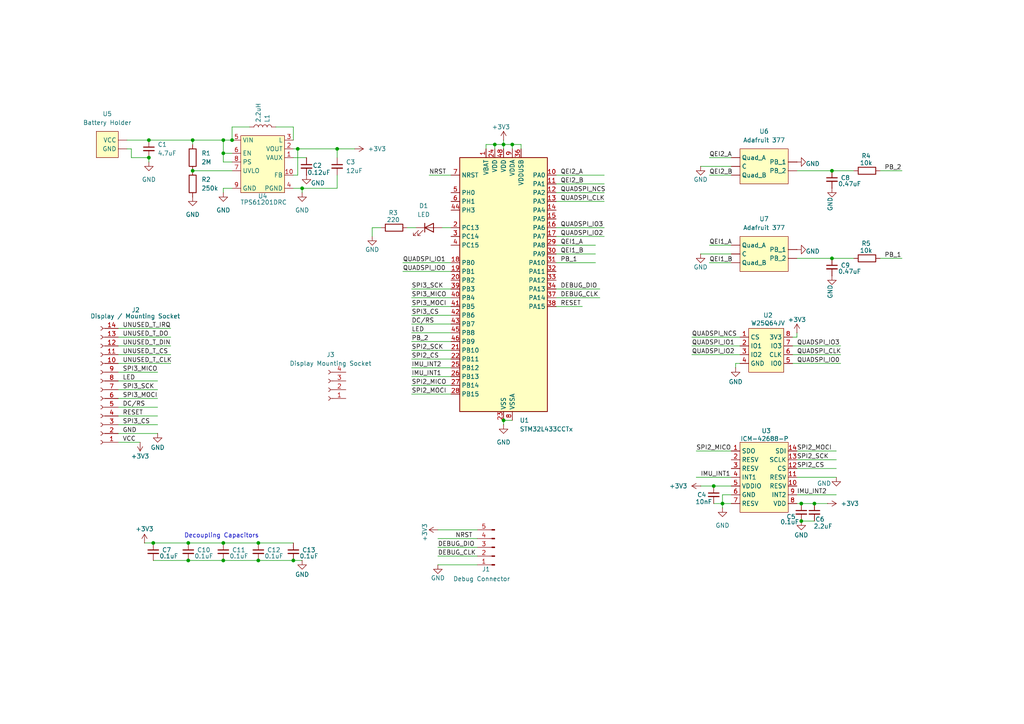
<source format=kicad_sch>
(kicad_sch (version 20250114) (generator "eeschema") (generator_version "9.0")
  (paper "A4")
  (title_block (title "Etch-A-Sketch TFT Display") (date "2025-10-27") (rev "0") (company "Aaron Snider"))
  (lib_symbols
    (symbol "Adafruit_377_1"
      (property "Reference" "U" (at -0.762 -1.016 0))
      (symbol "Adafruit_377_1_1_1"
        (rectangle (start -5.08 22.86) (end 5.08 8.89) (fill (type background)))
        (pin output line (at -2.54 6.35 90) (length 2.54) (name "Quad_A") (number ""))
        (pin input line (at -1.27 25.4 270) (length 2.54) (name "PB_1") (number ""))
        (pin input line (at 0 6.35 90) (length 2.54) (name "C") (number ""))
        (pin input line (at 1.27 25.4 270) (length 2.54) (name "PB_2") (number ""))
        (pin output line (at 2.54 6.35 90) (length 2.54) (name "Quad_B") (number ""))
      )
    )
    (symbol "Adafruit_377_2"
      (property "Reference" "U" (at -0.762 -1.016 0))
      (symbol "Adafruit_377_2_1_1"
        (rectangle (start -5.08 22.86) (end 5.08 8.89) (fill (type background)))
        (pin output line (at -2.54 6.35 90) (length 2.54) (name "Quad_A") (number ""))
        (pin input line (at -1.27 25.4 270) (length 2.54) (name "PB_1") (number ""))
        (pin input line (at 0 6.35 90) (length 2.54) (name "C") (number ""))
        (pin input line (at 1.27 25.4 270) (length 2.54) (name "PB_2") (number ""))
        (pin output line (at 2.54 6.35 90) (length 2.54) (name "Quad_B") (number ""))
      )
    )
    (symbol "Connector:Conn_01x04_Socket" (pin_names (offset 1.016) (hide yes))
      (property "Reference" "J" (at 0 5.08 0))
      (property "Value" "Conn_01x04_Socket" (at 0 -7.62 0))
      (symbol "Conn_01x04_Socket_1_1"
        (polyline (pts (xy -1.27 2.54) (xy -0.508 2.54)) (stroke (width 0.1524)))
        (polyline (pts (xy -1.27 0) (xy -0.508 0)) (stroke (width 0.1524)))
        (polyline (pts (xy -1.27 -2.54) (xy -0.508 -2.54)) (stroke (width 0.1524)))
        (polyline (pts (xy -1.27 -5.08) (xy -0.508 -5.08)) (stroke (width 0.1524)))
        (arc (start 0 2.032) (mid -0.5058 2.54) (end 0 3.048) (stroke (width 0.1524)))
        (arc (start 0 -0.508) (mid -0.5058 0) (end 0 0.508) (stroke (width 0.1524)))
        (arc (start 0 -3.048) (mid -0.5058 -2.54) (end 0 -2.032) (stroke (width 0.1524)))
        (arc (start 0 -5.588) (mid -0.5058 -5.08) (end 0 -4.572) (stroke (width 0.1524)))
        (pin passive line (at -5.08 2.54 0) (length 3.81) (name "Pin_1") (number "1"))
        (pin passive line (at -5.08 0 0) (length 3.81) (name "Pin_2") (number "2"))
        (pin passive line (at -5.08 -2.54 0) (length 3.81) (name "Pin_3") (number "3"))
        (pin passive line (at -5.08 -5.08 0) (length 3.81) (name "Pin_4") (number "4"))
      )
    )
    (symbol "Connector:Conn_01x05_Pin" (pin_names (offset 1.016) (hide yes))
      (property "Reference" "J" (at 0 7.62 0))
      (property "Value" "Conn_01x05_Pin" (at 0 -7.62 0))
      (symbol "Conn_01x05_Pin_1_1"
        (rectangle (start 0.8636 5.207) (end 0 4.953) (stroke (width 0.1524)) (fill (type outline)))
        (rectangle (start 0.8636 2.667) (end 0 2.413) (stroke (width 0.1524)) (fill (type outline)))
        (rectangle (start 0.8636 0.127) (end 0 -0.127) (stroke (width 0.1524)) (fill (type outline)))
        (rectangle (start 0.8636 -2.413) (end 0 -2.667) (stroke (width 0.1524)) (fill (type outline)))
        (rectangle (start 0.8636 -4.953) (end 0 -5.207) (stroke (width 0.1524)) (fill (type outline)))
        (polyline (pts (xy 1.27 5.08) (xy 0.8636 5.08)) (stroke (width 0.1524)))
        (polyline (pts (xy 1.27 2.54) (xy 0.8636 2.54)) (stroke (width 0.1524)))
        (polyline (pts (xy 1.27 0) (xy 0.8636 0)) (stroke (width 0.1524)))
        (polyline (pts (xy 1.27 -2.54) (xy 0.8636 -2.54)) (stroke (width 0.1524)))
        (polyline (pts (xy 1.27 -5.08) (xy 0.8636 -5.08)) (stroke (width 0.1524)))
        (pin passive line (at 5.08 5.08 180) (length 3.81) (name "Pin_1") (number "1"))
        (pin passive line (at 5.08 2.54 180) (length 3.81) (name "Pin_2") (number "2"))
        (pin passive line (at 5.08 0 180) (length 3.81) (name "Pin_3") (number "3"))
        (pin passive line (at 5.08 -2.54 180) (length 3.81) (name "Pin_4") (number "4"))
        (pin passive line (at 5.08 -5.08 180) (length 3.81) (name "Pin_5") (number "5"))
      )
    )
    (symbol "Connector:Conn_01x14_Socket" (pin_names (offset 1.016) (hide yes))
      (property "Reference" "J" (at 0 17.78 0))
      (property "Value" "Conn_01x14_Socket" (at 0 -20.32 0))
      (symbol "Conn_01x14_Socket_1_1"
        (polyline (pts (xy -1.27 15.24) (xy -0.508 15.24)) (stroke (width 0.1524)))
        (polyline (pts (xy -1.27 12.7) (xy -0.508 12.7)) (stroke (width 0.1524)))
        (polyline (pts (xy -1.27 10.16) (xy -0.508 10.16)) (stroke (width 0.1524)))
        (polyline (pts (xy -1.27 7.62) (xy -0.508 7.62)) (stroke (width 0.1524)))
        (polyline (pts (xy -1.27 5.08) (xy -0.508 5.08)) (stroke (width 0.1524)))
        (polyline (pts (xy -1.27 2.54) (xy -0.508 2.54)) (stroke (width 0.1524)))
        (polyline (pts (xy -1.27 0) (xy -0.508 0)) (stroke (width 0.1524)))
        (polyline (pts (xy -1.27 -2.54) (xy -0.508 -2.54)) (stroke (width 0.1524)))
        (polyline (pts (xy -1.27 -5.08) (xy -0.508 -5.08)) (stroke (width 0.1524)))
        (polyline (pts (xy -1.27 -7.62) (xy -0.508 -7.62)) (stroke (width 0.1524)))
        (polyline (pts (xy -1.27 -10.16) (xy -0.508 -10.16)) (stroke (width 0.1524)))
        (polyline (pts (xy -1.27 -12.7) (xy -0.508 -12.7)) (stroke (width 0.1524)))
        (polyline (pts (xy -1.27 -15.24) (xy -0.508 -15.24)) (stroke (width 0.1524)))
        (polyline (pts (xy -1.27 -17.78) (xy -0.508 -17.78)) (stroke (width 0.1524)))
        (arc (start 0 14.732) (mid -0.5058 15.24) (end 0 15.748) (stroke (width 0.1524)))
        (arc (start 0 12.192) (mid -0.5058 12.7) (end 0 13.208) (stroke (width 0.1524)))
        (arc (start 0 9.652) (mid -0.5058 10.16) (end 0 10.668) (stroke (width 0.1524)))
        (arc (start 0 7.112) (mid -0.5058 7.62) (end 0 8.128) (stroke (width 0.1524)))
        (arc (start 0 4.572) (mid -0.5058 5.08) (end 0 5.588) (stroke (width 0.1524)))
        (arc (start 0 2.032) (mid -0.5058 2.54) (end 0 3.048) (stroke (width 0.1524)))
        (arc (start 0 -0.508) (mid -0.5058 0) (end 0 0.508) (stroke (width 0.1524)))
        (arc (start 0 -3.048) (mid -0.5058 -2.54) (end 0 -2.032) (stroke (width 0.1524)))
        (arc (start 0 -5.588) (mid -0.5058 -5.08) (end 0 -4.572) (stroke (width 0.1524)))
        (arc (start 0 -8.128) (mid -0.5058 -7.62) (end 0 -7.112) (stroke (width 0.1524)))
        (arc (start 0 -10.668) (mid -0.5058 -10.16) (end 0 -9.652) (stroke (width 0.1524)))
        (arc (start 0 -13.208) (mid -0.5058 -12.7) (end 0 -12.192) (stroke (width 0.1524)))
        (arc (start 0 -15.748) (mid -0.5058 -15.24) (end 0 -14.732) (stroke (width 0.1524)))
        (arc (start 0 -18.288) (mid -0.5058 -17.78) (end 0 -17.272) (stroke (width 0.1524)))
        (pin passive line (at -5.08 15.24 0) (length 3.81) (name "Pin_1") (number "1"))
        (pin passive line (at -5.08 12.7 0) (length 3.81) (name "Pin_2") (number "2"))
        (pin passive line (at -5.08 10.16 0) (length 3.81) (name "Pin_3") (number "3"))
        (pin passive line (at -5.08 7.62 0) (length 3.81) (name "Pin_4") (number "4"))
        (pin passive line (at -5.08 5.08 0) (length 3.81) (name "Pin_5") (number "5"))
        (pin passive line (at -5.08 2.54 0) (length 3.81) (name "Pin_6") (number "6"))
        (pin passive line (at -5.08 0 0) (length 3.81) (name "Pin_7") (number "7"))
        (pin passive line (at -5.08 -2.54 0) (length 3.81) (name "Pin_8") (number "8"))
        (pin passive line (at -5.08 -5.08 0) (length 3.81) (name "Pin_9") (number "9"))
        (pin passive line (at -5.08 -7.62 0) (length 3.81) (name "Pin_10") (number "10"))
        (pin passive line (at -5.08 -10.16 0) (length 3.81) (name "Pin_11") (number "11"))
        (pin passive line (at -5.08 -12.7 0) (length 3.81) (name "Pin_12") (number "12"))
        (pin passive line (at -5.08 -15.24 0) (length 3.81) (name "Pin_13") (number "13"))
        (pin passive line (at -5.08 -17.78 0) (length 3.81) (name "Pin_14") (number "14"))
      )
    )
    (symbol "Device:C_Small" (pin_numbers (hide yes)) (pin_names (offset 0.254) (hide yes))
      (property "Reference" "C" (at 0.254 1.778 0))
      (property "Value" "C_Small" (at 0.254 -2.032 0))
      (symbol "C_Small_0_1"
        (polyline (pts (xy -1.524 0.508) (xy 1.524 0.508)) (stroke (width 0.3048)))
        (polyline (pts (xy -1.524 -0.508) (xy 1.524 -0.508)) (stroke (width 0.3302)))
      )
      (symbol "C_Small_1_1"
        (pin passive line (at 0 2.54 270) (length 2.032) (name "~") (number "1"))
        (pin passive line (at 0 -2.54 90) (length 2.032) (name "~") (number "2"))
      )
    )
    (symbol "Device:L" (pin_numbers (hide yes)) (pin_names (offset 1.016) (hide yes))
      (property "Reference" "L" (at -1.27 0 90))
      (property "Value" "L" (at 1.905 0 90))
      (symbol "L_0_1"
        (arc (start 0 2.54) (mid 0.6323 1.905) (end 0 1.27))
        (arc (start 0 1.27) (mid 0.6323 0.635) (end 0 0))
        (arc (start 0 0) (mid 0.6323 -0.635) (end 0 -1.27))
        (arc (start 0 -1.27) (mid 0.6323 -1.905) (end 0 -2.54))
      )
      (symbol "L_1_1"
        (pin passive line (at 0 3.81 270) (length 1.27) (name "1") (number "1"))
        (pin passive line (at 0 -3.81 90) (length 1.27) (name "2") (number "2"))
      )
    )
    (symbol "Device:LED" (pin_numbers (hide yes)) (pin_names (offset 1.016) (hide yes))
      (property "Reference" "D" (at 0 2.54 0))
      (property "Value" "LED" (at 0 -2.54 0))
      (symbol "LED_0_1"
        (polyline (pts (xy -3.048 -0.762) (xy -4.572 -2.286) (xy -3.81 -2.286) (xy -4.572 -2.286) (xy -4.572 -1.524)))
        (polyline (pts (xy -1.778 -0.762) (xy -3.302 -2.286) (xy -2.54 -2.286) (xy -3.302 -2.286) (xy -3.302 -1.524)))
        (polyline (pts (xy -1.27 0) (xy 1.27 0)))
        (polyline (pts (xy -1.27 -1.27) (xy -1.27 1.27)) (stroke (width 0.254)))
        (polyline (pts (xy 1.27 -1.27) (xy 1.27 1.27) (xy -1.27 0) (xy 1.27 -1.27)) (stroke (width 0.254)))
      )
      (symbol "LED_1_1"
        (pin passive line (at -3.81 0 0) (length 2.54) (name "K") (number "1"))
        (pin passive line (at 3.81 0 180) (length 2.54) (name "A") (number "2"))
      )
    )
    (symbol "Device:R" (pin_numbers (hide yes)) (pin_names (offset 0))
      (property "Reference" "R" (at 2.032 0 90))
      (property "Value" "R" (at 0 0 90))
      (symbol "R_0_1"
        (rectangle (start -1.016 -2.54) (end 1.016 2.54) (stroke (width 0.254)))
      )
      (symbol "R_1_1"
        (pin passive line (at 0 3.81 270) (length 1.27) (name "~") (number "1"))
        (pin passive line (at 0 -3.81 90) (length 1.27) (name "~") (number "2"))
      )
    )
    (symbol "Etch_a_sketch_components:ICM-42688-P"
      (property "Reference" "U" (at -1.778 3.556 0))
      (symbol "ICM-42688-P_1_1"
        (rectangle (start -7.62 25.4) (end 6.35 5.08) (fill (type background)))
        (pin output line (at -10.16 22.86 0) (length 2.54) (name "SDO") (number "1"))
        (pin input line (at -10.16 20.32 0) (length 2.54) (name "RESV") (number "2"))
        (pin input line (at -10.16 17.78 0) (length 2.54) (name "RESV") (number "3"))
        (pin output line (at -10.16 15.24 0) (length 2.54) (name "INT1") (number "4"))
        (pin input line (at -10.16 12.7 0) (length 2.54) (name "VDDIO") (number "5"))
        (pin input line (at -10.16 10.16 0) (length 2.54) (name "GND") (number "6"))
        (pin input line (at -10.16 7.62 0) (length 2.54) (name "RESV") (number "7"))
        (pin input line (at 8.89 22.86 180) (length 2.54) (name "SDI") (number "14"))
        (pin input line (at 8.89 20.32 180) (length 2.54) (name "SCLK") (number "13"))
        (pin input line (at 8.89 17.78 180) (length 2.54) (name "CS") (number "12"))
        (pin input line (at 8.89 15.24 180) (length 2.54) (name "RESV") (number "11"))
        (pin input line (at 8.89 12.7 180) (length 2.54) (name "RESV") (number "10"))
        (pin input line (at 8.89 10.16 180) (length 2.54) (name "INT2") (number "9"))
        (pin input line (at 8.89 7.62 180) (length 2.54) (name "VDD") (number "8"))
      )
    )
    (symbol "Etch_a_sketch_components:Keystone_2462"
      (property "Reference" "U" (at -0.762 1.27 0))
      (symbol "Keystone_2462_1_1"
        (rectangle (start -2.54 10.16) (end 3.81 2.54) (fill (type background)))
        (pin input line (at 6.35 7.62 180) (length 2.54) (name "VCC") (number ""))
        (pin input line (at 6.35 5.08 180) (length 2.54) (name "GND") (number ""))
      )
    )
    (symbol "Etch_a_sketch_components:TPS61201DRC"
      (property "Reference" "U" (at 0 0 0))
      (symbol "TPS61201DRC_1_1"
        (rectangle (start -5.08 19.05) (end 7.62 2.54) (fill (type background)))
        (pin input line (at -7.62 17.78 0) (length 2.54) (name "VIN") (number "5"))
        (pin input line (at -7.62 13.97 0) (length 2.54) (name "EN") (number "6"))
        (pin input line (at -7.62 11.43 0) (length 2.54) (name "PS") (number "8"))
        (pin input line (at -7.62 8.89 0) (length 2.54) (name "UVLO") (number "7"))
        (pin input line (at -7.62 3.81 0) (length 2.54) (name "GND") (number "9"))
        (pin input line (at 10.16 17.78 180) (length 2.54) (name "L") (number "3"))
        (pin input line (at 10.16 15.24 180) (length 2.54) (name "VOUT") (number "2"))
        (pin input line (at 10.16 12.7 180) (length 2.54) (name "VAUX") (number "1"))
        (pin input line (at 10.16 7.62 180) (length 2.54) (name "FB") (number "10"))
        (pin input line (at 10.16 3.81 180) (length 2.54) (name "PGND") (number "4"))
      )
    )
    (symbol "Etch_a_sketch_components:W25Q64JV"
      (property "Reference" "U" (at -1.016 -2.54 0))
      (symbol "W25Q64JV_1_1"
        (rectangle (start -3.81 11.43) (end 6.35 -1.27) (fill (type background)))
        (pin input line (at -6.35 8.89 0) (length 2.54) (name "CS") (number "1"))
        (pin bidirectional line (at -6.35 6.35 0) (length 2.54) (name "IO1") (number "2"))
        (pin bidirectional line (at -6.35 3.81 0) (length 2.54) (name "IO2") (number "3"))
        (pin input line (at -6.35 1.27 0) (length 2.54) (name "GND") (number "4"))
        (pin power_in line (at 8.89 8.89 180) (length 2.54) (name "3V3") (number "8"))
        (pin bidirectional line (at 8.89 6.35 180) (length 2.54) (name "IO3") (number "7"))
        (pin input line (at 8.89 3.81 180) (length 2.54) (name "CLK") (number "6"))
        (pin bidirectional line (at 8.89 1.27 180) (length 2.54) (name "IO0") (number "5"))
      )
    )
    (symbol "MCU_ST_STM32L4:STM32L433CCTx"
      (property "Reference" "U" (at -12.7 39.37 0))
      (property "Value" "STM32L433CCTx" (at 7.62 39.37 0))
      (symbol "STM32L433CCTx_0_1"
        (rectangle (start -12.7 -35.56) (end 12.7 38.1) (stroke (width 0.254)) (fill (type background)))
      )
      (symbol "STM32L433CCTx_1_1"
        (pin input line (at -15.24 33.02 0) (length 2.54) (name "NRST") (number "7"))
        (pin bidirectional line (at -15.24 27.94 0) (length 2.54) (name "PH0") (number "5"))
        (pin bidirectional line (at -15.24 25.4 0) (length 2.54) (name "PH1") (number "6"))
        (pin bidirectional line (at -15.24 22.86 0) (length 2.54) (name "PH3") (number "44"))
        (pin bidirectional line (at -15.24 17.78 0) (length 2.54) (name "PC13") (number "2"))
        (pin bidirectional line (at -15.24 15.24 0) (length 2.54) (name "PC14") (number "3"))
        (pin bidirectional line (at -15.24 12.7 0) (length 2.54) (name "PC15") (number "4"))
        (pin bidirectional line (at -15.24 7.62 0) (length 2.54) (name "PB0") (number "18"))
        (pin bidirectional line (at -15.24 5.08 0) (length 2.54) (name "PB1") (number "19"))
        (pin bidirectional line (at -15.24 2.54 0) (length 2.54) (name "PB2") (number "20"))
        (pin bidirectional line (at -15.24 0 0) (length 2.54) (name "PB3") (number "39"))
        (pin bidirectional line (at -15.24 -2.54 0) (length 2.54) (name "PB4") (number "40"))
        (pin bidirectional line (at -15.24 -5.08 0) (length 2.54) (name "PB5") (number "41"))
        (pin bidirectional line (at -15.24 -7.62 0) (length 2.54) (name "PB6") (number "42"))
        (pin bidirectional line (at -15.24 -10.16 0) (length 2.54) (name "PB7") (number "43"))
        (pin bidirectional line (at -15.24 -12.7 0) (length 2.54) (name "PB8") (number "45"))
        (pin bidirectional line (at -15.24 -15.24 0) (length 2.54) (name "PB9") (number "46"))
        (pin bidirectional line (at -15.24 -17.78 0) (length 2.54) (name "PB10") (number "21"))
        (pin bidirectional line (at -15.24 -20.32 0) (length 2.54) (name "PB11") (number "22"))
        (pin bidirectional line (at -15.24 -22.86 0) (length 2.54) (name "PB12") (number "25"))
        (pin bidirectional line (at -15.24 -25.4 0) (length 2.54) (name "PB13") (number "26"))
        (pin bidirectional line (at -15.24 -27.94 0) (length 2.54) (name "PB14") (number "27"))
        (pin bidirectional line (at -15.24 -30.48 0) (length 2.54) (name "PB15") (number "28"))
        (pin power_in line (at -5.08 40.64 270) (length 2.54) (name "VBAT") (number "1"))
        (pin power_in line (at -2.54 40.64 270) (length 2.54) (name "VDD") (number "24"))
        (pin power_in line (at 0 40.64 270) (length 2.54) (name "VDD") (number "48"))
        (pin power_in line (at 0 -38.1 90) (length 2.54) (name "VSS") (number "23"))
        (pin passive line (at 0 -38.1 90) (length 2.54) (hide yes) (name "VSS") (number "35"))
        (pin passive line (at 0 -38.1 90) (length 2.54) (hide yes) (name "VSS") (number "47"))
        (pin power_in line (at 2.54 40.64 270) (length 2.54) (name "VDDA") (number "9"))
        (pin power_in line (at 2.54 -38.1 90) (length 2.54) (name "VSSA") (number "8"))
        (pin power_in line (at 5.08 40.64 270) (length 2.54) (name "VDDUSB") (number "36"))
        (pin bidirectional line (at 15.24 33.02 180) (length 2.54) (name "PA0") (number "10"))
        (pin bidirectional line (at 15.24 30.48 180) (length 2.54) (name "PA1") (number "11"))
        (pin bidirectional line (at 15.24 27.94 180) (length 2.54) (name "PA2") (number "12"))
        (pin bidirectional line (at 15.24 25.4 180) (length 2.54) (name "PA3") (number "13"))
        (pin bidirectional line (at 15.24 22.86 180) (length 2.54) (name "PA4") (number "14"))
        (pin bidirectional line (at 15.24 20.32 180) (length 2.54) (name "PA5") (number "15"))
        (pin bidirectional line (at 15.24 17.78 180) (length 2.54) (name "PA6") (number "16"))
        (pin bidirectional line (at 15.24 15.24 180) (length 2.54) (name "PA7") (number "17"))
        (pin bidirectional line (at 15.24 12.7 180) (length 2.54) (name "PA8") (number "29"))
        (pin bidirectional line (at 15.24 10.16 180) (length 2.54) (name "PA9") (number "30"))
        (pin bidirectional line (at 15.24 7.62 180) (length 2.54) (name "PA10") (number "31"))
        (pin bidirectional line (at 15.24 5.08 180) (length 2.54) (name "PA11") (number "32"))
        (pin bidirectional line (at 15.24 2.54 180) (length 2.54) (name "PA12") (number "33"))
        (pin bidirectional line (at 15.24 0 180) (length 2.54) (name "PA13") (number "34"))
        (pin bidirectional line (at 15.24 -2.54 180) (length 2.54) (name "PA14") (number "37"))
        (pin bidirectional line (at 15.24 -5.08 180) (length 2.54) (name "PA15") (number "38"))
      )
    )
    (symbol "power:+3V3" (power) (pin_numbers (hide yes)) (pin_names (offset 0) (hide yes))
      (property "Value" "+3V3" (at 0 3.556 0))
      (symbol "+3V3_0_1"
        (polyline (pts (xy -0.762 1.27) (xy 0 2.54)))
        (polyline (pts (xy 0 2.54) (xy 0.762 1.27)))
        (polyline (pts (xy 0 0) (xy 0 2.54)))
      )
      (symbol "+3V3_1_1"
        (pin power_in line (at 0 0 90) (length 0) (name "~") (number "1"))
      )
    )
    (symbol "power:GND" (power) (pin_numbers (hide yes)) (pin_names (offset 0) (hide yes))
      (property "Value" "GND" (at 0 -3.81 0))
      (symbol "GND_0_1"
        (polyline (pts (xy 0 0) (xy 0 -1.27) (xy 1.27 -1.27) (xy 0 -2.54) (xy -1.27 -1.27) (xy 0 -1.27)))
      )
      (symbol "GND_1_1"
        (pin power_in line (at 0 0 270) (length 0) (name "~") (number "1"))
      )
    )
  )
  (text "Decoupling Capacitors\n" (at 64.262 155.448 0) (effects (font (size 1.27 1.27))))
  (junction (at 146.05 121.92))
  (junction (at 146.05 41.91))
  (junction (at 64.77 157.48))
  (junction (at 64.77 40.64))
  (junction (at 143.51 41.91))
  (junction (at 236.22 146.05))
  (junction (at 74.93 157.48))
  (junction (at 55.88 40.64))
  (junction (at 87.63 54.61))
  (junction (at 85.09 162.56))
  (junction (at 232.41 151.13))
  (junction (at 54.61 162.56))
  (junction (at 241.3 74.93))
  (junction (at 209.55 146.05))
  (junction (at 232.41 146.05))
  (junction (at 74.93 162.56))
  (junction (at 55.88 49.53))
  (junction (at 207.01 140.97))
  (junction (at 43.18 45.72))
  (junction (at 64.77 162.56))
  (junction (at 64.77 44.45))
  (junction (at 43.18 40.64))
  (junction (at 44.45 157.48))
  (junction (at 67.31 40.64))
  (junction (at 148.59 41.91))
  (junction (at 54.61 157.48))
  (junction (at 86.36 43.18))
  (junction (at 97.79 43.18))
  (junction (at 241.3 49.53))
  (wire (pts (xy 140.97 43.18) (xy 140.97 41.91)))
  (wire (pts (xy 161.29 73.66) (xy 172.72 73.66)))
  (wire (pts (xy 161.29 68.58) (xy 175.26 68.58)))
  (wire (pts (xy 85.09 43.18) (xy 86.36 43.18)))
  (wire (pts (xy 64.77 40.64) (xy 67.31 40.64)))
  (wire (pts (xy 34.29 123.19) (xy 45.72 123.19)))
  (wire (pts (xy 229.87 105.41) (xy 243.84 105.41)))
  (wire (pts (xy 161.29 71.12) (xy 172.72 71.12)))
  (wire (pts (xy 34.29 107.95) (xy 45.72 107.95)))
  (wire (pts (xy 55.88 40.64) (xy 55.88 41.91)))
  (wire (pts (xy 161.29 76.2) (xy 172.72 76.2)))
  (wire (pts (xy 231.14 133.35) (xy 242.57 133.35)))
  (wire (pts (xy 85.09 50.8) (xy 86.36 50.8)))
  (wire (pts (xy 86.36 43.18) (xy 97.79 43.18)))
  (wire (pts (xy 203.2 140.97) (xy 207.01 140.97)))
  (wire (pts (xy 97.79 54.61) (xy 87.63 54.61)))
  (wire (pts (xy 119.38 106.68) (xy 130.81 106.68)))
  (wire (pts (xy 36.83 40.64) (xy 43.18 40.64)))
  (wire (pts (xy 140.97 41.91) (xy 143.51 41.91)))
  (wire (pts (xy 107.95 66.04) (xy 110.49 66.04)))
  (wire (pts (xy 34.29 110.49) (xy 45.72 110.49)))
  (wire (pts (xy 229.87 97.79) (xy 231.14 97.79)))
  (wire (pts (xy 97.79 43.18) (xy 97.79 45.72)))
  (wire (pts (xy 146.05 41.91) (xy 146.05 43.18)))
  (wire (pts (xy 255.27 74.93) (xy 261.62 74.93)))
  (wire (pts (xy 119.38 101.6) (xy 130.81 101.6)))
  (wire (pts (xy 118.11 66.04) (xy 120.65 66.04)))
  (wire (pts (xy 201.93 130.81) (xy 212.09 130.81)))
  (wire (pts (xy 200.66 97.79) (xy 214.63 97.79)))
  (wire (pts (xy 205.74 76.2) (xy 212.09 76.2)))
  (wire (pts (xy 119.38 104.14) (xy 130.81 104.14)))
  (wire (pts (xy 161.29 55.88) (xy 175.26 55.88)))
  (wire (pts (xy 205.74 71.12) (xy 212.09 71.12)))
  (wire (pts (xy 41.91 157.48) (xy 44.45 157.48)))
  (wire (pts (xy 148.59 41.91) (xy 148.59 43.18)))
  (wire (pts (xy 34.29 115.57) (xy 45.72 115.57)))
  (wire (pts (xy 207.01 146.05) (xy 209.55 146.05)))
  (wire (pts (xy 229.87 100.33) (xy 243.84 100.33)))
  (wire (pts (xy 231.14 130.81) (xy 242.57 130.81)))
  (wire (pts (xy 119.38 109.22) (xy 130.81 109.22)))
  (wire (pts (xy 127 156.21) (xy 138.43 156.21)))
  (wire (pts (xy 146.05 40.64) (xy 146.05 41.91)))
  (wire (pts (xy 72.39 36.83) (xy 67.31 36.83)))
  (wire (pts (xy 236.22 146.05) (xy 240.03 146.05)))
  (wire (pts (xy 119.38 111.76) (xy 130.81 111.76)))
  (wire (pts (xy 168.91 88.9) (xy 161.29 88.9)))
  (wire (pts (xy 64.77 157.48) (xy 74.93 157.48)))
  (wire (pts (xy 34.29 102.87) (xy 49.53 102.87)))
  (wire (pts (xy 54.61 157.48) (xy 64.77 157.48)))
  (wire (pts (xy 34.29 125.73) (xy 45.72 125.73)))
  (wire (pts (xy 64.77 44.45) (xy 64.77 40.64)))
  (wire (pts (xy 34.29 97.79) (xy 49.53 97.79)))
  (wire (pts (xy 231.14 97.79) (xy 231.14 96.52)))
  (wire (pts (xy 143.51 41.91) (xy 143.51 43.18)))
  (wire (pts (xy 80.01 36.83) (xy 85.09 36.83)))
  (wire (pts (xy 119.38 86.36) (xy 130.81 86.36)))
  (wire (pts (xy 232.41 151.13) (xy 236.22 151.13)))
  (wire (pts (xy 55.88 40.64) (xy 64.77 40.64)))
  (wire (pts (xy 127 163.83) (xy 138.43 163.83)))
  (wire (pts (xy 85.09 162.56) (xy 74.93 162.56)))
  (wire (pts (xy 97.79 43.18) (xy 102.87 43.18)))
  (wire (pts (xy 148.59 41.91) (xy 151.13 41.91)))
  (wire (pts (xy 161.29 50.8) (xy 175.26 50.8)))
  (wire (pts (xy 64.77 162.56) (xy 54.61 162.56)))
  (wire (pts (xy 85.09 45.72) (xy 88.9 45.72)))
  (wire (pts (xy 55.88 49.53) (xy 67.31 49.53)))
  (wire (pts (xy 38.1 43.18) (xy 36.83 43.18)))
  (wire (pts (xy 67.31 36.83) (xy 67.31 40.64)))
  (wire (pts (xy 209.55 143.51) (xy 212.09 143.51)))
  (wire (pts (xy 209.55 146.05) (xy 209.55 147.32)))
  (wire (pts (xy 97.79 50.8) (xy 97.79 54.61)))
  (wire (pts (xy 119.38 93.98) (xy 130.81 93.98)))
  (wire (pts (xy 205.74 50.8) (xy 212.09 50.8)))
  (wire (pts (xy 214.63 105.41) (xy 213.36 105.41)))
  (wire (pts (xy 119.38 91.44) (xy 130.81 91.44)))
  (wire (pts (xy 201.93 138.43) (xy 212.09 138.43)))
  (wire (pts (xy 86.36 43.18) (xy 86.36 50.8)))
  (wire (pts (xy 85.09 54.61) (xy 87.63 54.61)))
  (wire (pts (xy 231.14 143.51) (xy 242.57 143.51)))
  (wire (pts (xy 43.18 45.72) (xy 43.18 46.99)))
  (wire (pts (xy 34.29 100.33) (xy 49.53 100.33)))
  (wire (pts (xy 231.14 74.93) (xy 241.3 74.93)))
  (wire (pts (xy 203.2 73.66) (xy 212.09 73.66)))
  (wire (pts (xy 38.1 45.72) (xy 43.18 45.72)))
  (wire (pts (xy 205.74 45.72) (xy 212.09 45.72)))
  (wire (pts (xy 119.38 83.82) (xy 130.81 83.82)))
  (wire (pts (xy 43.18 40.64) (xy 55.88 40.64)))
  (wire (pts (xy 74.93 157.48) (xy 85.09 157.48)))
  (wire (pts (xy 161.29 66.04) (xy 175.26 66.04)))
  (wire (pts (xy 146.05 121.92) (xy 148.59 121.92)))
  (wire (pts (xy 34.29 120.65) (xy 45.72 120.65)))
  (wire (pts (xy 87.63 54.61) (xy 87.63 55.88)))
  (wire (pts (xy 203.2 48.26) (xy 212.09 48.26)))
  (wire (pts (xy 231.14 135.89) (xy 242.57 135.89)))
  (wire (pts (xy 119.38 88.9) (xy 130.81 88.9)))
  (wire (pts (xy 64.77 46.99) (xy 64.77 44.45)))
  (wire (pts (xy 116.84 78.74) (xy 130.81 78.74)))
  (wire (pts (xy 231.14 138.43) (xy 242.57 138.43)))
  (wire (pts (xy 34.29 95.25) (xy 49.53 95.25)))
  (wire (pts (xy 119.38 114.3) (xy 130.81 114.3)))
  (wire (pts (xy 34.29 105.41) (xy 49.53 105.41)))
  (wire (pts (xy 107.95 68.58) (xy 107.95 66.04)))
  (wire (pts (xy 232.41 146.05) (xy 231.14 146.05)))
  (wire (pts (xy 85.09 36.83) (xy 85.09 40.64)))
  (wire (pts (xy 200.66 102.87) (xy 214.63 102.87)))
  (wire (pts (xy 124.46 50.8) (xy 130.81 50.8)))
  (wire (pts (xy 127 153.67) (xy 138.43 153.67)))
  (wire (pts (xy 146.05 123.19) (xy 146.05 121.92)))
  (wire (pts (xy 209.55 146.05) (xy 212.09 146.05)))
  (wire (pts (xy 64.77 44.45) (xy 67.31 44.45)))
  (wire (pts (xy 127 158.75) (xy 138.43 158.75)))
  (wire (pts (xy 34.29 118.11) (xy 45.72 118.11)))
  (wire (pts (xy 151.13 41.91) (xy 151.13 43.18)))
  (wire (pts (xy 44.45 157.48) (xy 54.61 157.48)))
  (wire (pts (xy 146.05 41.91) (xy 148.59 41.91)))
  (wire (pts (xy 116.84 76.2) (xy 130.81 76.2)))
  (wire (pts (xy 119.38 96.52) (xy 130.81 96.52)))
  (wire (pts (xy 161.29 58.42) (xy 175.26 58.42)))
  (wire (pts (xy 161.29 53.34) (xy 175.26 53.34)))
  (wire (pts (xy 38.1 45.72) (xy 38.1 43.18)))
  (wire (pts (xy 87.63 162.56) (xy 85.09 162.56)))
  (wire (pts (xy 161.29 83.82) (xy 173.99 83.82)))
  (wire (pts (xy 54.61 162.56) (xy 44.45 162.56)))
  (wire (pts (xy 67.31 54.61) (xy 64.77 54.61)))
  (wire (pts (xy 209.55 143.51) (xy 209.55 146.05)))
  (wire (pts (xy 229.87 102.87) (xy 243.84 102.87)))
  (wire (pts (xy 64.77 162.56) (xy 74.93 162.56)))
  (wire (pts (xy 34.29 113.03) (xy 45.72 113.03)))
  (wire (pts (xy 213.36 105.41) (xy 213.36 106.68)))
  (wire (pts (xy 34.29 128.27) (xy 40.64 128.27)))
  (wire (pts (xy 200.66 100.33) (xy 214.63 100.33)))
  (wire (pts (xy 127 161.29) (xy 138.43 161.29)))
  (wire (pts (xy 231.14 49.53) (xy 241.3 49.53)))
  (wire (pts (xy 161.29 86.36) (xy 173.99 86.36)))
  (wire (pts (xy 143.51 41.91) (xy 146.05 41.91)))
  (wire (pts (xy 232.41 146.05) (xy 236.22 146.05)))
  (wire (pts (xy 241.3 49.53) (xy 247.65 49.53)))
  (wire (pts (xy 67.31 46.99) (xy 64.77 46.99)))
  (wire (pts (xy 207.01 140.97) (xy 212.09 140.97)))
  (wire (pts (xy 128.27 66.04) (xy 130.81 66.04)))
  (wire (pts (xy 241.3 74.93) (xy 247.65 74.93)))
  (wire (pts (xy 119.38 99.06) (xy 130.81 99.06)))
  (wire (pts (xy 64.77 54.61) (xy 64.77 55.88)))
  (wire (pts (xy 255.27 49.53) (xy 261.62 49.53)))
  (label "QEI1_B" (at 205.74 76.2 0))
  (label "QUADSPI_IO1" (at 116.84 76.2 0))
  (label "QEI1_A" (at 162.56 71.12 0))
  (label "QUADSPI_IO0" (at 231.14 105.41 0))
  (label "PB_1" (at 256.54 74.93 0))
  (label "SPI3_MOCI" (at 35.56 115.57 0))
  (label "SPI2_SCK" (at 231.14 133.35 0))
  (label "RESET" (at 35.56 120.65 0))
  (label "QUADSPI_NCS" (at 200.66 97.79 0))
  (label "SPI3_SCK" (at 35.56 113.03 0))
  (label "DC{slash}RS" (at 119.38 93.98 0))
  (label "QUADSPI_IO2" (at 200.66 102.87 0))
  (label "QEI2_B" (at 162.56 53.34 0))
  (label "UNUSED_T_DIN" (at 35.56 100.33 0))
  (label "QUADSPI_IO0" (at 116.84 78.74 0))
  (label "SPI2_MICO" (at 119.38 111.76 0))
  (label "SPI2_MICO" (at 201.93 130.81 0))
  (label "UNUSED_T_CS" (at 35.56 102.87 0))
  (label "DC{slash}RS" (at 35.56 118.11 0))
  (label "QEI1_A" (at 205.74 71.12 0))
  (label "QUADSPI_CLK" (at 231.14 102.87 0))
  (label "SPI3_CS" (at 119.38 91.44 0))
  (label "IMU_INT1" (at 203.2 138.43 0))
  (label "QUADSPI_CLK" (at 162.56 58.42 0))
  (label "QUADSPI_IO3" (at 231.14 100.33 0))
  (label "QEI2_A" (at 162.56 50.8 0))
  (label "QUADSPI_IO1" (at 200.66 100.33 0))
  (label "SPI2_MOCI" (at 119.38 114.3 0))
  (label "QUADSPI_IO3" (at 162.56 66.04 0))
  (label "UNUSED_T_CLK" (at 35.56 105.41 0))
  (label "UNUSED_T_DO" (at 35.56 97.79 0))
  (label "SPI3_MICO" (at 35.56 107.95 0))
  (label "PB_1" (at 162.56 76.2 0))
  (label "QEI2_B" (at 205.74 50.8 0))
  (label "SPI2_CS" (at 119.38 104.14 0))
  (label "IMU_INT2" (at 119.38 106.68 0))
  (label "DEBUG_DIO" (at 162.56 83.82 0))
  (label "IMU_INT2" (at 231.14 143.51 0))
  (label "LED" (at 35.56 110.49 0))
  (label "DEBUG_DIO" (at 127 158.75 0))
  (label "UNUSED_T_IRQ" (at 35.56 95.25 0))
  (label "SPI2_MOCI" (at 231.14 130.81 0))
  (label "QUADSPI_IO2" (at 162.56 68.58 0))
  (label "GND" (at 35.56 125.73 0))
  (label "DEBUG_CLK" (at 127 161.29 0))
  (label "SPI3_MICO" (at 119.38 86.36 0))
  (label "IMU_INT1" (at 119.38 109.22 0))
  (label "QEI1_B" (at 162.56 73.66 0))
  (label "PB_2" (at 256.54 49.53 0))
  (label "PB_2" (at 119.38 99.06 0))
  (label "LED" (at 119.38 96.52 0))
  (label "QEI2_A" (at 205.74 45.72 0))
  (label "QUADSPI_NCS" (at 162.56 55.88 0))
  (label "SPI3_MOCI" (at 119.38 88.9 0))
  (label "SPI2_CS" (at 231.14 135.89 0))
  (label "DEBUG_CLK" (at 162.56 86.36 0))
  (label "SPI3_SCK" (at 119.38 83.82 0))
  (label "NRST" (at 132.08 156.21 0))
  (label "VCC" (at 35.56 128.27 0))
  (label "SPI3_CS" (at 35.56 123.19 0))
  (label "NRST" (at 124.46 50.8 0))
  (label "SPI2_SCK" (at 119.38 101.6 0))
  (label "RESET" (at 162.56 88.9 0))
  (symbol (lib_id "power:GND") (at 55.88 57.15 0) (unit 1)
    (property "Reference" "#PWR04" (effects (hide yes)))
    (property "Value" "GND" (at 55.88 62.23 0))
    (property "Description" "Power symbol creates a global label with name \"GND\" , ground" (effects (hide yes)))
  )
  (symbol (lib_id "power:GND") (at 146.05 123.19 0) (unit 1)
    (property "Reference" "#PWR08" (effects (hide yes)))
    (property "Value" "GND" (at 146.05 128.27 0))
    (property "Description" "Power symbol creates a global label with name \"GND\" , ground" (effects (hide yes)))
  )
  (symbol (lib_id "power:GND") (at 203.2 48.26 0) (unit 1)
    (property "Reference" "#PWR019" (effects (hide yes)))
    (property "Value" "GND" (at 203.2 52.07 0))
    (property "Description" "Power symbol creates a global label with name \"GND\" , ground" (effects (hide yes)))
  )
  (symbol (lib_id "power:GND") (at 107.95 68.58 0) (unit 1)
    (property "Reference" "#PWR028" (effects (hide yes)))
    (property "Value" "GND" (at 107.95 72.39 0))
    (property "Description" "Power symbol creates a global label with name \"GND\" , ground" (effects (hide yes)))
  )
  (symbol (lib_id "power:GND") (at 45.72 125.73 0) (unit 1)
    (property "Reference" "#PWR024" (effects (hide yes)))
    (property "Value" "GND" (at 45.72 129.794 0))
    (property "Description" "Power symbol creates a global label with name \"GND\" , ground" (effects (hide yes)))
  )
  (symbol (lib_id "power:GND") (at 232.41 151.13 0) (unit 1)
    (property "Reference" "#PWR07" (effects (hide yes)))
    (property "Value" "GND" (at 232.41 155.194 0))
    (property "Description" "Power symbol creates a global label with name \"GND\" , ground" (effects (hide yes)))
  )
  (symbol (lib_id "power:+3V3") (at 146.05 40.64 0) (unit 1)
    (property "Reference" "#PWR012" (effects (hide yes)))
    (property "Value" "+3V3" (at 145.288 36.83 0))
    (property "Description" "Power symbol creates a global label with name \"+3V3\"" (effects (hide yes)))
  )
  (symbol (lib_id "power:GND") (at 87.63 55.88 0) (unit 1)
    (property "Reference" "#PWR03" (effects (hide yes)))
    (property "Value" "GND" (at 87.63 60.96 0))
    (property "Description" "Power symbol creates a global label with name \"GND\" , ground" (effects (hide yes)))
  )
  (symbol (lib_id "Device:C_Small") (at 43.18 43.18 0) (unit 1)
    (property "Reference" "C1" (at 45.72 41.9162 0) (effects (justify left)))
    (property "Value" "4.7uF" (at 45.72 44.4562 0) (effects (justify left)))
    (property "Description" "Unpolarized capacitor, small symbol" (effects (hide yes)))
  )
  (symbol (lib_id "Device:R") (at 251.46 49.53 90) (unit 1)
    (property "Reference" "R4" (at 251.206 45.212 90))
    (property "Value" "10k" (at 251.206 47.244 90))
    (property "Description" "Resistor" (effects (hide yes)))
  )
  (symbol (lib_id "power:+3V3") (at 102.87 43.18 270) (unit 1)
    (property "Reference" "#PWR015" (effects (hide yes)))
    (property "Value" "+3V3" (at 106.68 43.1799 90) (effects (justify left)))
    (property "Description" "Power symbol creates a global label with name \"+3V3\"" (effects (hide yes)))
  )
  (symbol (lib_id "Device:C_Small") (at 207.01 143.51 0) (unit 1)
    (property "Reference" "C4" (at 202.184 143.51 0) (effects (justify left)))
    (property "Value" "10nF" (at 201.676 145.542 0) (effects (justify left)))
    (property "Description" "Unpolarized capacitor, small symbol" (effects (hide yes)))
  )
  (symbol (lib_id "power:GND") (at 87.63 162.56 0) (unit 1)
    (property "Reference" "#PWR022" (effects (hide yes)))
    (property "Value" "GND" (at 87.63 166.624 0))
    (property "Description" "Power symbol creates a global label with name \"GND\" , ground" (effects (hide yes)))
  )
  (symbol (lib_id "Device:R") (at 114.3 66.04 90) (unit 1)
    (property "Reference" "R3" (at 114.046 61.722 90))
    (property "Value" "220" (at 114.046 63.754 90))
    (property "Description" "Resistor" (effects (hide yes)))
  )
  (symbol (lib_id "Device:C_Small") (at 54.61 160.02 0) (unit 1)
    (property "Reference" "C10" (at 57.15 159.512 0) (effects (justify left)))
    (property "Value" "0.1uF" (at 56.388 161.29 0) (effects (justify left)))
    (property "Description" "Unpolarized capacitor, small symbol" (effects (hide yes)))
  )
  (symbol (lib_id "Etch_a_sketch_components:W25Q64JV") (at 220.98 106.68 0) (unit 1)
    (property "Reference" "U2" (at 222.758 91.44 0))
    (property "Value" "W25Q64JV" (at 222.758 93.726 0))
  )
  (symbol (lib_id "Device:R") (at 55.88 53.34 0) (unit 1)
    (property "Reference" "R2" (at 58.42 52.0699 0) (effects (justify left)))
    (property "Value" "250k" (at 58.42 54.6099 0) (effects (justify left)))
    (property "Description" "Resistor" (effects (hide yes)))
  )
  (symbol (lib_id "power:GND") (at 43.18 46.99 0) (unit 1)
    (property "Reference" "#PWR01" (effects (hide yes)))
    (property "Value" "GND" (at 43.18 52.07 0))
    (property "Description" "Power symbol creates a global label with name \"GND\" , ground" (effects (hide yes)))
  )
  (symbol (lib_id "Device:C_Small") (at 88.9 48.26 0) (unit 1)
    (property "Reference" "C2" (at 90.678 48.006 0) (effects (justify left)))
    (property "Value" "0.12uF" (at 89.154 50.038 0) (effects (justify left)))
    (property "Description" "Unpolarized capacitor, small symbol" (effects (hide yes)))
  )
  (symbol (lib_id "Device:L") (at 76.2 36.83 270) (mirror x) (unit 1)
    (property "Reference" "L1" (at 77.4701 35.56 0) (effects (justify left)))
    (property "Value" "2.2uH" (at 74.9301 35.56 0) (effects (justify left)))
    (property "Description" "Inductor" (effects (hide yes)))
  )
  (symbol (lib_id "power:+3V3") (at 41.91 157.48 0) (unit 1)
    (property "Reference" "#PWR027" (effects (hide yes)))
    (property "Value" "+3V3" (at 41.91 153.416 0))
    (property "Description" "Power symbol creates a global label with name \"+3V3\"" (effects (hide yes)))
  )
  (symbol (lib_id "Connector:Conn_01x04_Socket") (at 95.25 113.03 180) (unit 1)
    (property "Reference" "J3" (at 95.885 102.87 0))
    (property "Value" "Display Mounting Socket" (at 95.885 105.41 0))
    (property "Description" "Generic connector, single row, 01x04, script generated" (effects (hide yes)))
  )
  (symbol (lib_id "power:GND") (at 242.57 138.43 0) (unit 1)
    (property "Reference" "#PWR013" (effects (hide yes)))
    (property "Value" "GND" (at 239.014 140.208 0))
    (property "Description" "Power symbol creates a global label with name \"GND\" , ground" (effects (hide yes)))
  )
  (symbol (lib_id "power:GND") (at 213.36 106.68 0) (unit 1)
    (property "Reference" "#PWR010" (effects (hide yes)))
    (property "Value" "GND" (at 213.36 110.744 0))
    (property "Description" "Power symbol creates a global label with name \"GND\" , ground" (effects (hide yes)))
  )
  (symbol (lib_id "power:GND") (at 231.14 46.99 90) (unit 1)
    (property "Reference" "#PWR020" (effects (hide yes)))
    (property "Value" "GND" (at 235.712 47.498 90))
    (property "Description" "Power symbol creates a global label with name \"GND\" , ground" (effects (hide yes)))
  )
  (symbol (lib_id "power:+3V3") (at 127 153.67 90) (unit 1)
    (property "Reference" "#PWR014" (effects (hide yes)))
    (property "Value" "+3V3" (at 123.19 154.432 0))
    (property "Description" "Power symbol creates a global label with name \"+3V3\"" (effects (hide yes)))
  )
  (symbol (lib_id "Device:C_Small") (at 232.41 148.59 0) (unit 1)
    (property "Reference" "C5" (at 228.092 149.86 0) (effects (justify left)))
    (property "Value" "0.1uF" (at 226.314 151.384 0) (effects (justify left)))
    (property "Description" "Unpolarized capacitor, small symbol" (effects (hide yes)))
  )
  (symbol (lib_id "power:+3V3") (at 203.2 140.97 90) (unit 1)
    (property "Reference" "#PWR017" (effects (hide yes)))
    (property "Value" "+3V3" (at 199.39 140.9699 90) (effects (justify left)))
    (property "Description" "Power symbol creates a global label with name \"+3V3\"" (effects (hide yes)))
  )
  (symbol (lib_id "power:GND") (at 209.55 147.32 0) (unit 1)
    (property "Reference" "#PWR06" (effects (hide yes)))
    (property "Value" "GND" (at 209.55 152.4 0))
    (property "Description" "Power symbol creates a global label with name \"GND\" , ground" (effects (hide yes)))
  )
  (symbol (lib_id "Device:C_Small") (at 64.77 160.02 0) (unit 1)
    (property "Reference" "C11" (at 67.31 159.512 0) (effects (justify left)))
    (property "Value" "0.1uF" (at 66.548 161.29 0) (effects (justify left)))
    (property "Description" "Unpolarized capacitor, small symbol" (effects (hide yes)))
  )
  (symbol (lib_id "power:GND") (at 88.9 50.8 0) (unit 1)
    (property "Reference" "#PWR05" (effects (hide yes)))
    (property "Value" "GND" (at 92.202 53.086 0))
    (property "Description" "Power symbol creates a global label with name \"GND\" , ground" (effects (hide yes)))
  )
  (symbol (lib_id "Device:C_Small") (at 74.93 160.02 0) (unit 1)
    (property "Reference" "C12" (at 77.47 159.512 0) (effects (justify left)))
    (property "Value" "0.1uF" (at 76.708 161.29 0) (effects (justify left)))
    (property "Description" "Unpolarized capacitor, small symbol" (effects (hide yes)))
  )
  (symbol (lib_id "Device:C_Small") (at 97.79 48.26 0) (unit 1)
    (property "Reference" "C3" (at 100.33 46.9962 0) (effects (justify left)))
    (property "Value" "12uF" (at 100.33 49.5362 0) (effects (justify left)))
    (property "Description" "Unpolarized capacitor, small symbol" (effects (hide yes)))
  )
  (symbol (lib_id "power:GND") (at 203.2 73.66 0) (unit 1)
    (property "Reference" "#PWR011" (effects (hide yes)))
    (property "Value" "GND" (at 203.2 77.47 0))
    (property "Description" "Power symbol creates a global label with name \"GND\" , ground" (effects (hide yes)))
  )
  (symbol (lib_id "Device:C_Small") (at 241.3 52.07 0) (unit 1)
    (property "Reference" "C8" (at 243.84 51.562 0) (effects (justify left)))
    (property "Value" "0.47uF" (at 243.078 53.34 0) (effects (justify left)))
    (property "Description" "Unpolarized capacitor, small symbol" (effects (hide yes)))
  )
  (symbol (lib_id "Etch_a_sketch_components:ICM-42688-P") (at 222.25 153.67 0) (unit 1)
    (property "Reference" "U3" (at 222.25 124.968 0))
    (property "Value" "ICM-42688-P" (at 221.742 127.254 0))
  )
  (symbol (lib_id "power:+3V3") (at 40.64 128.27 180) (unit 1)
    (property "Reference" "#PWR025" (effects (hide yes)))
    (property "Value" "+3V3" (at 40.64 132.334 0))
    (property "Description" "Power symbol creates a global label with name \"+3V3\"" (effects (hide yes)))
  )
  (symbol (lib_id "Device:C_Small") (at 236.22 148.59 0) (unit 1)
    (property "Reference" "C6" (at 236.474 150.622 0) (effects (justify left)))
    (property "Value" "2.2uF" (at 235.966 152.654 0) (effects (justify left)))
    (property "Description" "Unpolarized capacitor, small symbol" (effects (hide yes)))
  )
  (symbol (lib_id "power:+3V3") (at 240.03 146.05 270) (unit 1)
    (property "Reference" "#PWR016" (effects (hide yes)))
    (property "Value" "+3V3" (at 243.84 146.0499 90) (effects (justify left)))
    (property "Description" "Power symbol creates a global label with name \"+3V3\"" (effects (hide yes)))
  )
  (symbol (lib_id "Device:LED") (at 124.46 66.04 0) (unit 1)
    (property "Reference" "D1" (at 122.8725 59.69 0))
    (property "Value" "LED" (at 122.8725 62.23 0))
    (property "Description" "Light emitting diode" (effects (hide yes)))
    (property "Sim.Pins" "1=K 2=A" (effects (hide yes)))
  )
  (symbol (lib_id "power:GND") (at 241.3 54.61 0) (unit 1)
    (property "Reference" "#PWR023" (effects (hide yes)))
    (property "Value" "GND" (at 240.792 59.182 90))
    (property "Description" "Power symbol creates a global label with name \"GND\" , ground" (effects (hide yes)))
  )
  (symbol (lib_id "power:GND") (at 64.77 55.88 0) (unit 1)
    (property "Reference" "#PWR02" (effects (hide yes)))
    (property "Value" "GND" (at 64.77 60.96 0))
    (property "Description" "Power symbol creates a global label with name \"GND\" , ground" (effects (hide yes)))
  )
  (symbol (lib_name "Adafruit_377_2") (lib_id "Etch_a_sketch_components:Adafruit_377") (at 205.74 73.66 270) (unit 1)
    (property "Reference" "U7" (at 221.615 63.5 90))
    (property "Value" "Adafruit 377" (at 221.615 66.04 90))
  )
  (symbol (lib_id "power:+3V3") (at 231.14 96.52 0) (unit 1)
    (property "Reference" "#PWR018" (effects (hide yes)))
    (property "Value" "+3V3" (at 231.14 92.71 0))
    (property "Description" "Power symbol creates a global label with name \"+3V3\"" (effects (hide yes)))
  )
  (symbol (lib_id "Connector:Conn_01x05_Pin") (at 143.51 158.75 180) (unit 1)
    (property "Reference" "J1" (at 140.97 165.1 0))
    (property "Value" "Debug Connector" (at 139.7 167.894 0))
    (property "Description" "Generic connector, single row, 01x05, script generated" (effects (hide yes)))
  )
  (symbol (lib_id "MCU_ST_STM32L4:STM32L433CCTx") (at 146.05 83.82 0) (unit 1)
    (property "Reference" "U1" (at 150.7333 121.92 0) (effects (justify left)))
    (property "Value" "STM32L433CCTx" (at 150.7333 124.46 0) (effects (justify left)))
    (property "Footprint" "Package_QFP:LQFP-48_7x7mm_P0.5mm" (effects (hide yes)))
    (property "Datasheet" "https://www.st.com/resource/en/datasheet/stm32l433cc.pdf" (effects (hide yes)))
    (property "Description" "STMicroelectronics Arm Cortex-M4 MCU, 256KB flash, 64KB RAM, 80 MHz, 1.71-3.6V, 38 GPIO, LQFP48" (effects (hide yes)))
  )
  (symbol (lib_id "Connector:Conn_01x14_Socket") (at 29.21 113.03 180) (unit 1)
    (property "Reference" "J2" (at 39.37 89.916 0))
    (property "Value" "Display / Mounting Socket" (at 39.243 91.694 0))
    (property "Description" "Generic connector, single row, 01x14, script generated" (effects (hide yes)))
  )
  (symbol (lib_name "Adafruit_377_1") (lib_id "Etch_a_sketch_components:Adafruit_377") (at 205.74 48.26 270) (unit 1)
    (property "Reference" "U6" (at 221.615 38.1 90))
    (property "Value" "Adafruit 377" (at 221.615 40.64 90))
  )
  (symbol (lib_id "Device:R") (at 55.88 45.72 0) (unit 1)
    (property "Reference" "R1" (at 58.42 44.4499 0) (effects (justify left)))
    (property "Value" "2M" (at 58.42 46.9899 0) (effects (justify left)))
    (property "Description" "Resistor" (effects (hide yes)))
  )
  (symbol (lib_id "Etch_a_sketch_components:TPS61201DRC") (at 74.93 58.42 0) (unit 1)
    (property "Reference" "U4" (at 76.2 56.896 0))
    (property "Value" "TPS61201DRC" (at 76.454 58.674 0))
  )
  (symbol (lib_id "Device:C_Small") (at 85.09 160.02 0) (unit 1)
    (property "Reference" "C13" (at 87.63 159.512 0) (effects (justify left)))
    (property "Value" "0.1uF" (at 86.868 161.29 0) (effects (justify left)))
    (property "Description" "Unpolarized capacitor, small symbol" (effects (hide yes)))
  )
  (symbol (lib_id "Device:C_Small") (at 44.45 160.02 0) (unit 1)
    (property "Reference" "C7" (at 46.99 159.512 0) (effects (justify left)))
    (property "Value" "0.1uF" (at 46.228 161.29 0) (effects (justify left)))
    (property "Description" "Unpolarized capacitor, small symbol" (effects (hide yes)))
  )
  (symbol (lib_id "power:GND") (at 127 163.83 0) (unit 1)
    (property "Reference" "#PWR09" (effects (hide yes)))
    (property "Value" "GND" (at 127 167.64 0))
    (property "Description" "Power symbol creates a global label with name \"GND\" , ground" (effects (hide yes)))
  )
  (symbol (lib_id "Etch_a_sketch_components:Keystone_2462") (at 30.48 48.26 0) (unit 1)
    (property "Reference" "U5" (at 31.115 33.02 0))
    (property "Value" "Battery Holder" (at 31.115 35.56 0))
  )
  (symbol (lib_id "power:GND") (at 241.3 80.01 0) (unit 1)
    (property "Reference" "#PWR026" (effects (hide yes)))
    (property "Value" "GND" (at 240.792 84.582 90))
    (property "Description" "Power symbol creates a global label with name \"GND\" , ground" (effects (hide yes)))
  )
  (symbol (lib_id "Device:R") (at 251.46 74.93 90) (unit 1)
    (property "Reference" "R5" (at 251.206 70.612 90))
    (property "Value" "10k" (at 251.206 72.644 90))
    (property "Description" "Resistor" (effects (hide yes)))
  )
  (symbol (lib_id "Device:C_Small") (at 241.3 77.47 0) (unit 1)
    (property "Reference" "C9" (at 243.84 76.962 0) (effects (justify left)))
    (property "Value" "0.47uF" (at 243.078 78.74 0) (effects (justify left)))
    (property "Description" "Unpolarized capacitor, small symbol" (effects (hide yes)))
  )
  (symbol (lib_id "power:GND") (at 231.14 72.39 90) (unit 1)
    (property "Reference" "#PWR021" (effects (hide yes)))
    (property "Value" "GND" (at 235.712 72.898 90))
    (property "Description" "Power symbol creates a global label with name \"GND\" , ground" (effects (hide yes)))
  )
)
</source>
